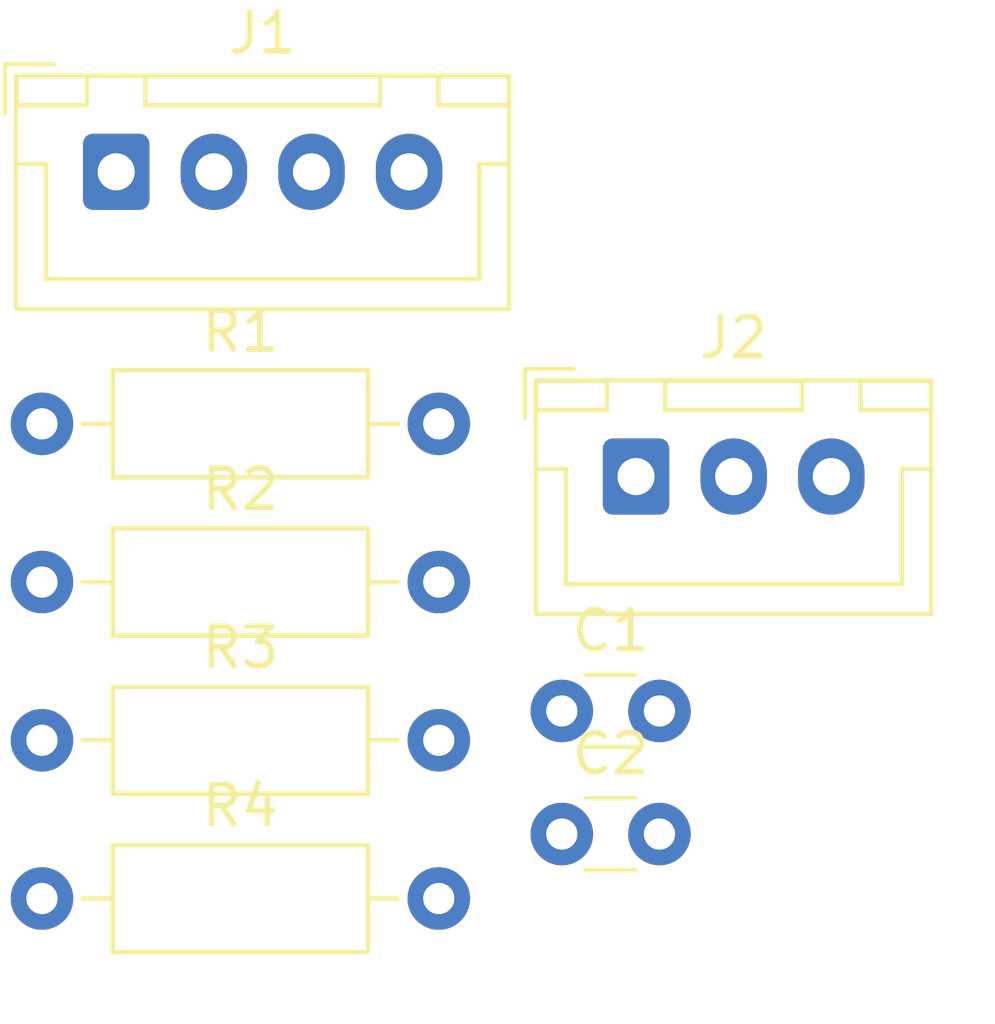
<source format=kicad_pcb>
(kicad_pcb (version 20240108) (generator "pcbnew") (generator_version "8.0")
  (layers (0 "F.Cu" signal) (31 "B.Cu" signal) (34 "B.Paste" user) (35 "F.Paste" user) (36 "B.SilkS" user "B.Silkscreen") (37 "F.SilkS" user "F.Silkscreen") (38 "B.Mask" user) (39 "F.Mask" user) (44 "Edge.Cuts" user))
  (net 0 "")
  (net 1 "/YELLOW")
  (net 2 "/BLACK")
  (net 3 "/ORANGE")
  (net 4 "/5V")
  (net 5 "/WHITE")
  (net 6 "/RED")
  (footprint "Resistor_THT:R_Axial_DIN0207_L6.3mm_D2.5mm_P10.16mm_Horizontal" (layer "F.Cu") (at 119.318 93.09)
    (property "Reference" "R4" (at 5.08 -2.37 0) (layer "F.SilkS"))
    (property "Value" "10k")
    (fp_line (start 1.04 0) (end 1.81 0) (stroke (width 0.12)) (layer "F.SilkS"))
    (fp_line (start 1.81 -1.37) (end 1.81 1.37) (stroke (width 0.12)) (layer "F.SilkS"))
    (fp_line (start 1.81 1.37) (end 8.35 1.37) (stroke (width 0.12)) (layer "F.SilkS"))
    (fp_line (start 8.35 -1.37) (end 1.81 -1.37) (stroke (width 0.12)) (layer "F.SilkS"))
    (fp_line (start 8.35 1.37) (end 8.35 -1.37) (stroke (width 0.12)) (layer "F.SilkS"))
    (fp_line (start 9.12 0) (end 8.35 0) (stroke (width 0.12)) (layer "F.SilkS"))
    (pad "1" thru_hole circle (at 0 0) (size 1.6 1.6) (drill 0.8) (layers "*.Cu" "*.Mask") (net 3 "/ORANGE"))
    (pad "2" thru_hole oval (at 10.16 0) (size 1.6 1.6) (drill 0.8) (layers "*.Cu" "*.Mask") (net 5 "/WHITE"))
  )
  (footprint "Resistor_THT:R_Axial_DIN0207_L6.3mm_D2.5mm_P10.16mm_Horizontal" (layer "F.Cu") (at 119.318 84.99)
    (property "Reference" "R2" (at 5.08 -2.37 0) (layer "F.SilkS"))
    (property "Value" "10k")
    (fp_line (start 1.04 0) (end 1.81 0) (stroke (width 0.12)) (layer "F.SilkS"))
    (fp_line (start 1.81 -1.37) (end 1.81 1.37) (stroke (width 0.12)) (layer "F.SilkS"))
    (fp_line (start 1.81 1.37) (end 8.35 1.37) (stroke (width 0.12)) (layer "F.SilkS"))
    (fp_line (start 8.35 -1.37) (end 1.81 -1.37) (stroke (width 0.12)) (layer "F.SilkS"))
    (fp_line (start 8.35 1.37) (end 8.35 -1.37) (stroke (width 0.12)) (layer "F.SilkS"))
    (fp_line (start 9.12 0) (end 8.35 0) (stroke (width 0.12)) (layer "F.SilkS"))
    (pad "1" thru_hole circle (at 0 0) (size 1.6 1.6) (drill 0.8) (layers "*.Cu" "*.Mask") (net 5 "/WHITE"))
    (pad "2" thru_hole oval (at 10.16 0) (size 1.6 1.6) (drill 0.8) (layers "*.Cu" "*.Mask") (net 4 "/5V"))
  )
  (footprint "Capacitor_THT:C_Disc_D3.0mm_W1.6mm_P2.50mm" (layer "F.Cu") (at 132.628 91.44)
    (property "Reference" "C2" (at 1.25 -2.05 0) (layer "F.SilkS"))
    (property "Value" "0.01u")
    (fp_line (start 0.621 -0.92) (end 1.879 -0.92) (stroke (width 0.12)) (layer "F.SilkS"))
    (fp_line (start 0.621 0.92) (end 1.879 0.92) (stroke (width 0.12)) (layer "F.SilkS"))
    (pad "1" thru_hole circle (at 0 0) (size 1.6 1.6) (drill 0.8) (layers "*.Cu" "*.Mask") (net 2 "/BLACK"))
    (pad "2" thru_hole circle (at 2.5 0) (size 1.6 1.6) (drill 0.8) (layers "*.Cu" "*.Mask") (net 3 "/ORANGE"))
  )
  (footprint "Connector_JST:JST_XH_B3B-XH-A_1x03_P2.50mm_Vertical" (layer "F.Cu") (at 134.528 82.29)
    (property "Reference" "J2" (at 2.5 -3.55 0) (layer "F.SilkS"))
    (property "Value" "To RotaryEncoder")
    (fp_line (start -2.85 -2.75) (end -2.85 -1.5) (stroke (width 0.12)) (layer "F.SilkS"))
    (fp_line (start -2.56 -2.46) (end -2.56 3.51) (stroke (width 0.12)) (layer "F.SilkS"))
    (fp_line (start -2.56 3.51) (end 7.56 3.51) (stroke (width 0.12)) (layer "F.SilkS"))
    (fp_line (start -2.55 -2.45) (end -2.55 -1.7) (stroke (width 0.12)) (layer "F.SilkS"))
    (fp_line (start -2.55 -1.7) (end -0.75 -1.7) (stroke (width 0.12)) (layer "F.SilkS"))
    (fp_line (start -2.55 -0.2) (end -1.8 -0.2) (stroke (width 0.12)) (layer "F.SilkS"))
    (fp_line (start -1.8 -0.2) (end -1.8 2.75) (stroke (width 0.12)) (layer "F.SilkS"))
    (fp_line (start -1.8 2.75) (end 2.5 2.75) (stroke (width 0.12)) (layer "F.SilkS"))
    (fp_line (start -1.6 -2.75) (end -2.85 -2.75) (stroke (width 0.12)) (layer "F.SilkS"))
    (fp_line (start -0.75 -2.45) (end -2.55 -2.45) (stroke (width 0.12)) (layer "F.SilkS"))
    (fp_line (start -0.75 -1.7) (end -0.75 -2.45) (stroke (width 0.12)) (layer "F.SilkS"))
    (fp_line (start 0.75 -2.45) (end 0.75 -1.7) (stroke (width 0.12)) (layer "F.SilkS"))
    (fp_line (start 0.75 -1.7) (end 4.25 -1.7) (stroke (width 0.12)) (layer "F.SilkS"))
    (fp_line (start 4.25 -2.45) (end 0.75 -2.45) (stroke (width 0.12)) (layer "F.SilkS"))
    (fp_line (start 4.25 -1.7) (end 4.25 -2.45) (stroke (width 0.12)) (layer "F.SilkS"))
    (fp_line (start 5.75 -2.45) (end 5.75 -1.7) (stroke (width 0.12)) (layer "F.SilkS"))
    (fp_line (start 5.75 -1.7) (end 7.55 -1.7) (stroke (width 0.12)) (layer "F.SilkS"))
    (fp_line (start 6.8 -0.2) (end 6.8 2.75) (stroke (width 0.12)) (layer "F.SilkS"))
    (fp_line (start 6.8 2.75) (end 2.5 2.75) (stroke (width 0.12)) (layer "F.SilkS"))
    (fp_line (start 7.55 -2.45) (end 5.75 -2.45) (stroke (width 0.12)) (layer "F.SilkS"))
    (fp_line (start 7.55 -1.7) (end 7.55 -2.45) (stroke (width 0.12)) (layer "F.SilkS"))
    (fp_line (start 7.55 -0.2) (end 6.8 -0.2) (stroke (width 0.12)) (layer "F.SilkS"))
    (fp_line (start 7.56 -2.46) (end -2.56 -2.46) (stroke (width 0.12)) (layer "F.SilkS"))
    (fp_line (start 7.56 3.51) (end 7.56 -2.46) (stroke (width 0.12)) (layer "F.SilkS"))
    (pad "1" thru_hole roundrect (at 0 0) (size 1.7 1.95) (drill 0.95) (layers "*.Cu" "*.Mask") (roundrect_rratio 0.147059) (net 6 "/RED"))
    (pad "2" thru_hole oval (at 2.5 0) (size 1.7 1.95) (drill 0.95) (layers "*.Cu" "*.Mask") (net 2 "/BLACK"))
    (pad "3" thru_hole oval (at 5 0) (size 1.7 1.95) (drill 0.95) (layers "*.Cu" "*.Mask") (net 5 "/WHITE"))
  )
  (footprint "Connector_JST:JST_XH_B4B-XH-A_1x04_P2.50mm_Vertical" (layer "F.Cu") (at 121.218 74.49)
    (property "Reference" "J1" (at 3.75 -3.55 0) (layer "F.SilkS"))
    (property "Value" "To Arduino")
    (fp_line (start -2.85 -2.75) (end -2.85 -1.5) (stroke (width 0.12)) (layer "F.SilkS"))
    (fp_line (start -2.56 -2.46) (end -2.56 3.51) (stroke (width 0.12)) (layer "F.SilkS"))
    (fp_line (start -2.56 3.51) (end 10.06 3.51) (stroke (width 0.12)) (layer "F.SilkS"))
    (fp_line (start -2.55 -2.45) (end -2.55 -1.7) (stroke (width 0.12)) (layer "F.SilkS"))
    (fp_line (start -2.55 -1.7) (end -0.75 -1.7) (stroke (width 0.12)) (layer "F.SilkS"))
    (fp_line (start -2.55 -0.2) (end -1.8 -0.2) (stroke (width 0.12)) (layer "F.SilkS"))
    (fp_line (start -1.8 -0.2) (end -1.8 2.75) (stroke (width 0.12)) (layer "F.SilkS"))
    (fp_line (start -1.8 2.75) (end 3.75 2.75) (stroke (width 0.12)) (layer "F.SilkS"))
    (fp_line (start -1.6 -2.75) (end -2.85 -2.75) (stroke (width 0.12)) (layer "F.SilkS"))
    (fp_line (start -0.75 -2.45) (end -2.55 -2.45) (stroke (width 0.12)) (layer "F.SilkS"))
    (fp_line (start -0.75 -1.7) (end -0.75 -2.45) (stroke (width 0.12)) (layer "F.SilkS"))
    (fp_line (start 0.75 -2.45) (end 0.75 -1.7) (stroke (width 0.12)) (layer "F.SilkS"))
    (fp_line (start 0.75 -1.7) (end 6.75 -1.7) (stroke (width 0.12)) (layer "F.SilkS"))
    (fp_line (start 6.75 -2.45) (end 0.75 -2.45) (stroke (width 0.12)) (layer "F.SilkS"))
    (fp_line (start 6.75 -1.7) (end 6.75 -2.45) (stroke (width 0.12)) (layer "F.SilkS"))
    (fp_line (start 8.25 -2.45) (end 8.25 -1.7) (stroke (width 0.12)) (layer "F.SilkS"))
    (fp_line (start 8.25 -1.7) (end 10.05 -1.7) (stroke (width 0.12)) (layer "F.SilkS"))
    (fp_line (start 9.3 -0.2) (end 9.3 2.75) (stroke (width 0.12)) (layer "F.SilkS"))
    (fp_line (start 9.3 2.75) (end 3.75 2.75) (stroke (width 0.12)) (layer "F.SilkS"))
    (fp_line (start 10.05 -2.45) (end 8.25 -2.45) (stroke (width 0.12)) (layer "F.SilkS"))
    (fp_line (start 10.05 -1.7) (end 10.05 -2.45) (stroke (width 0.12)) (layer "F.SilkS"))
    (fp_line (start 10.05 -0.2) (end 9.3 -0.2) (stroke (width 0.12)) (layer "F.SilkS"))
    (fp_line (start 10.06 -2.46) (end -2.56 -2.46) (stroke (width 0.12)) (layer "F.SilkS"))
    (fp_line (start 10.06 3.51) (end 10.06 -2.46) (stroke (width 0.12)) (layer "F.SilkS"))
    (pad "1" thru_hole roundrect (at 0 0) (size 1.7 1.95) (drill 0.95) (layers "*.Cu" "*.Mask") (roundrect_rratio 0.147059) (net 4 "/5V"))
    (pad "2" thru_hole oval (at 2.5 0) (size 1.7 1.95) (drill 0.95) (layers "*.Cu" "*.Mask") (net 2 "/BLACK"))
    (pad "3" thru_hole oval (at 5 0) (size 1.7 1.95) (drill 0.95) (layers "*.Cu" "*.Mask") (net 1 "/YELLOW"))
    (pad "4" thru_hole oval (at 7.5 0) (size 1.7 1.95) (drill 0.95) (layers "*.Cu" "*.Mask") (net 3 "/ORANGE"))
  )
  (footprint "Resistor_THT:R_Axial_DIN0207_L6.3mm_D2.5mm_P10.16mm_Horizontal" (layer "F.Cu") (at 119.318 80.94)
    (property "Reference" "R1" (at 5.08 -2.37 0) (layer "F.SilkS"))
    (property "Value" "10k")
    (fp_line (start 1.04 0) (end 1.81 0) (stroke (width 0.12)) (layer "F.SilkS"))
    (fp_line (start 1.81 -1.37) (end 1.81 1.37) (stroke (width 0.12)) (layer "F.SilkS"))
    (fp_line (start 1.81 1.37) (end 8.35 1.37) (stroke (width 0.12)) (layer "F.SilkS"))
    (fp_line (start 8.35 -1.37) (end 1.81 -1.37) (stroke (width 0.12)) (layer "F.SilkS"))
    (fp_line (start 8.35 1.37) (end 8.35 -1.37) (stroke (width 0.12)) (layer "F.SilkS"))
    (fp_line (start 9.12 0) (end 8.35 0) (stroke (width 0.12)) (layer "F.SilkS"))
    (pad "1" thru_hole circle (at 0 0) (size 1.6 1.6) (drill 0.8) (layers "*.Cu" "*.Mask") (net 4 "/5V"))
    (pad "2" thru_hole oval (at 10.16 0) (size 1.6 1.6) (drill 0.8) (layers "*.Cu" "*.Mask") (net 6 "/RED"))
  )
  (footprint "Capacitor_THT:C_Disc_D3.0mm_W1.6mm_P2.50mm" (layer "F.Cu") (at 132.628 88.29)
    (property "Reference" "C1" (at 1.25 -2.05 0) (layer "F.SilkS"))
    (property "Value" "0.01u")
    (fp_line (start 0.621 -0.92) (end 1.879 -0.92) (stroke (width 0.12)) (layer "F.SilkS"))
    (fp_line (start 0.621 0.92) (end 1.879 0.92) (stroke (width 0.12)) (layer "F.SilkS"))
    (pad "1" thru_hole circle (at 0 0) (size 1.6 1.6) (drill 0.8) (layers "*.Cu" "*.Mask") (net 1 "/YELLOW"))
    (pad "2" thru_hole circle (at 2.5 0) (size 1.6 1.6) (drill 0.8) (layers "*.Cu" "*.Mask") (net 2 "/BLACK"))
  )
  (footprint "Resistor_THT:R_Axial_DIN0207_L6.3mm_D2.5mm_P10.16mm_Horizontal" (layer "F.Cu") (at 119.318 89.04)
    (property "Reference" "R3" (at 5.08 -2.37 0) (layer "F.SilkS"))
    (property "Value" "10k")
    (fp_line (start 1.04 0) (end 1.81 0) (stroke (width 0.12)) (layer "F.SilkS"))
    (fp_line (start 1.81 -1.37) (end 1.81 1.37) (stroke (width 0.12)) (layer "F.SilkS"))
    (fp_line (start 1.81 1.37) (end 8.35 1.37) (stroke (width 0.12)) (layer "F.SilkS"))
    (fp_line (start 8.35 -1.37) (end 1.81 -1.37) (stroke (width 0.12)) (layer "F.SilkS"))
    (fp_line (start 8.35 1.37) (end 8.35 -1.37) (stroke (width 0.12)) (layer "F.SilkS"))
    (fp_line (start 9.12 0) (end 8.35 0) (stroke (width 0.12)) (layer "F.SilkS"))
    (pad "1" thru_hole circle (at 0 0) (size 1.6 1.6) (drill 0.8) (layers "*.Cu" "*.Mask") (net 1 "/YELLOW"))
    (pad "2" thru_hole oval (at 10.16 0) (size 1.6 1.6) (drill 0.8) (layers "*.Cu" "*.Mask") (net 6 "/RED"))
  )
)
</source>
